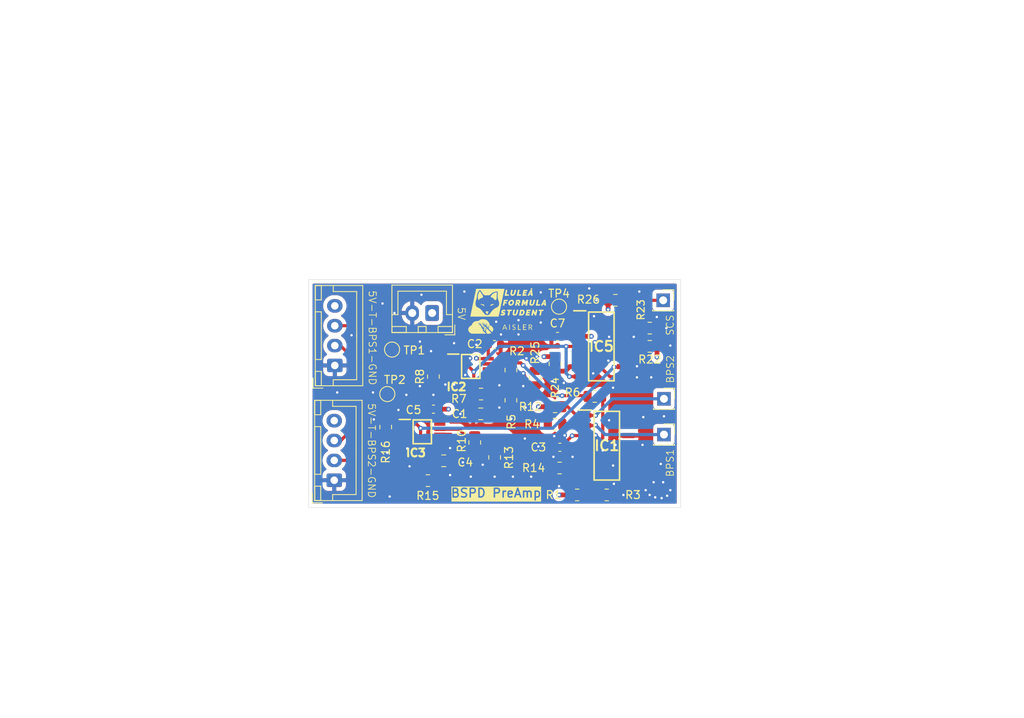
<source format=kicad_pcb>
(kicad_pcb (version 20241229) (generator "pcbnew") (generator_version "9.0")
  (layers (0 "F.Cu" signal) (4 "In1.Cu" signal) (6 "In2.Cu" signal) (2 "B.Cu" signal) (13 "F.Paste" user) (15 "B.Paste" user) (5 "F.SilkS" user "F.Silkscreen") (7 "B.SilkS" user "B.Silkscreen") (1 "F.Mask" user) (3 "B.Mask" user) (25 "Edge.Cuts" user))
  (net 0 "")
  (net 1 "Net-(IC2B-+)")
  (net 2 "GND")
  (net 3 "+5V")
  (net 4 "Net-(IC3B-+)")
  (net 5 "/Vref_brake")
  (net 6 "Net-(D1-K)")
  (net 7 "Net-(D2-K)")
  (net 8 "/BPS_2_out")
  (net 9 "/Raw_BPS_2")
  (net 10 "Net-(IC2-Pad7)")
  (net 11 "/BPS_2")
  (net 12 "Net-(IC2B--)")
  (net 13 "Net-(IC3B--)")
  (net 14 "Net-(IC3-Pad7)")
  (net 15 "/SCS-fault")
  (net 16 "/4.25V")
  (net 17 "/0.75V")
  (net 18 "/BPS_1")
  (net 19 "/Temperature_2")
  (net 20 "/BPS_1_out")
  (net 21 "/Raw_BPS_1")
  (net 22 "/Temperature_1")
  (footprint "LIB_TLV9062QDGKRQ1:SOP65P490X110-8N" (layer "F.Cu") (at 141 106.125)
    (property "Reference" "IC2" (at -1.8 2.575 0) (layer "F.SilkS") (effects (font (thickness 0.25))))
    (property "Value" "TLV9062QDGKRQ1" (hide yes))
    (pad "1" smd rect (at -2.2 -0.975 90) (size 0.45 1.4) (layers "F.Cu" "F.Mask" "F.Paste") (net 18 "/BPS_1"))
    (pad "2" smd rect (at -2.2 -0.325 90) (size 0.45 1.4) (layers "F.Cu" "F.Mask" "F.Paste") (net 18 "/BPS_1"))
    (pad "3" smd rect (at -2.2 0.325 90) (size 0.45 1.4) (layers "F.Cu" "F.Mask" "F.Paste") (net 21 "/Raw_BPS_1"))
    (pad "4" smd rect (at -2.2 0.975 90) (size 0.45 1.4) (layers "F.Cu" "F.Mask" "F.Paste") (net 2 "GND"))
    (pad "5" smd rect (at 2.2 0.975 90) (size 0.45 1.4) (layers "F.Cu" "F.Mask" "F.Paste") (net 1 "Net-(IC2B-+)"))
    (pad "6" smd rect (at 2.2 0.325 90) (size 0.45 1.4) (layers "F.Cu" "F.Mask" "F.Paste") (net 12 "Net-(IC2B--)"))
    (pad "7" smd rect (at 2.2 -0.325 90) (size 0.45 1.4) (layers "F.Cu" "F.Mask" "F.Paste") (net 10 "Net-(IC2-Pad7)"))
    (pad "8" smd rect (at 2.2 -0.975 90) (size 0.45 1.4) (layers "F.Cu" "F.Mask" "F.Paste") (net 3 "+5V"))
  )
  (footprint "Resistor_SMD:R_0805_2012Metric" (layer "F.Cu") (at 154.3875 122.3 180)
    (property "Reference" "R1" (at 2.9875 0 0) (layer "F.SilkS"))
    (property "Value" "1k")
    (pad "1" smd roundrect (at -0.9125 0 180) (size 1.025 1.4) (layers "F.Cu" "F.Mask" "F.Paste") (roundrect_rratio 0.243902) (net 5 "/Vref_brake"))
    (pad "2" smd roundrect (at 0.9125 0 180) (size 1.025 1.4) (layers "F.Cu" "F.Mask" "F.Paste") (roundrect_rratio 0.243902) (net 3 "+5V"))
  )
  (footprint "Capacitor_SMD:C_0603_1608Metric" (layer "F.Cu") (at 152.2 116.3 180)
    (property "Reference" "C3" (at 2.7 0 0) (layer "F.SilkS"))
    (property "Value" "10uF")
    (pad "1" smd roundrect (at -0.775 0 180) (size 0.9 0.95) (layers "F.Cu" "F.Mask" "F.Paste") (net 3 "+5V"))
    (pad "2" smd roundrect (at 0.775 0 180) (size 0.9 0.95) (layers "F.Cu" "F.Mask" "F.Paste") (net 2 "GND"))
  )
  (footprint "Connector_JST:JST_XH_B4B-XH-A_1x04_P2.50mm_Vertical" (layer "F.Cu") (at 123.825 120.45 90)
    (property "Reference" "J5" (hide yes))
    (property "Value" "4P Droit 22-11-2042")
    (pad "1" thru_hole roundrect (at 0 0 90) (size 1.7 1.95) (drill 0.95) (layers "*.Cu" "*.Mask") (roundrect_rratio 0.147059) (net 2 "GND"))
    (pad "2" thru_hole oval (at 2.5 0 90) (size 1.7 1.95) (drill 0.95) (layers "*.Cu" "*.Mask") (net 9 "/Raw_BPS_2"))
    (pad "3" thru_hole oval (at 5 0 90) (size 1.7 1.95) (drill 0.95) (layers "*.Cu" "*.Mask") (net 19 "/Temperature_2"))
    (pad "4" thru_hole oval (at 7.5 0 90) (size 1.7 1.95) (drill 0.95) (layers "*.Cu" "*.Mask") (net 3 "+5V"))
  )
  (footprint "Resistor_SMD:R_0805_2012Metric" (layer "F.Cu") (at 141.5 115.7 90)
    (property "Reference" "R10" (at 0.2 -1.65 90) (layer "F.SilkS"))
    (property "Value" "8.2k")
    (pad "1" smd roundrect (at -0.9125 0 90) (size 1.025 1.4) (layers "F.Cu" "F.Mask" "F.Paste") (roundrect_rratio 0.243902) (net 13 "Net-(IC3B--)"))
    (pad "2" smd roundrect (at 0.9125 0 90) (size 1.025 1.4) (layers "F.Cu" "F.Mask" "F.Paste") (roundrect_rratio 0.243902) (net 14 "Net-(IC3-Pad7)"))
  )
  (footprint "Capacitor_SMD:C_0603_1608Metric" (layer "F.Cu") (at 151.912 102.355 180)
    (property "Reference" "C7" (at 0 1.655 0) (layer "F.SilkS"))
    (property "Value" "10uF")
    (pad "1" smd roundrect (at -0.775 0 180) (size 0.9 0.95) (layers "F.Cu" "F.Mask" "F.Paste") (net 3 "+5V"))
    (pad "2" smd roundrect (at 0.775 0 180) (size 0.9 0.95) (layers "F.Cu" "F.Mask" "F.Paste") (net 2 "GND"))
  )
  (footprint "LIB_TLV9062QDGKRQ1:SOP65P490X110-8N" (layer "F.Cu") (at 134.9 114.35)
    (property "Reference" "IC3" (at -0.8 2.65 180) (layer "F.SilkS") (effects (font (thickness 0.25))))
    (property "Value" "TLV9062QDGKRQ1" (hide yes))
    (pad "1" smd rect (at -2.2 -0.975 90) (size 0.45 1.4) (layers "F.Cu" "F.Mask" "F.Paste") (net 11 "/BPS_2"))
    (pad "2" smd rect (at -2.2 -0.325 90) (size 0.45 1.4) (layers "F.Cu" "F.Mask" "F.Paste") (net 11 "/BPS_2"))
    (pad "3" smd rect (at -2.2 0.325 90) (size 0.45 1.4) (layers "F.Cu" "F.Mask" "F.Paste") (net 9 "/Raw_BPS_2"))
    (pad "4" smd rect (at -2.2 0.975 90) (size 0.45 1.4) (layers "F.Cu" "F.Mask" "F.Paste") (net 2 "GND"))
    (pad "5" smd rect (at 2.2 0.975 90) (size 0.45 1.4) (layers "F.Cu" "F.Mask" "F.Paste") (net 4 "Net-(IC3B-+)"))
    (pad "6" smd rect (at 2.2 0.325 90) (size 0.45 1.4) (layers "F.Cu" "F.Mask" "F.Paste") (net 13 "Net-(IC3B--)"))
    (pad "7" smd rect (at 2.2 -0.325 90) (size 0.45 1.4) (layers "F.Cu" "F.Mask" "F.Paste") (net 14 "Net-(IC3-Pad7)"))
    (pad "8" smd rect (at 2.2 -0.975 90) (size 0.45 1.4) (layers "F.Cu" "F.Mask" "F.Paste") (net 3 "+5V"))
  )
  (footprint "Resistor_SMD:R_0805_2012Metric" (layer "F.Cu") (at 151.6 111.2)
    (property "Reference" "R12" (at -3.1 0 0) (layer "F.SilkS"))
    (property "Value" "4.7k")
    (pad "1" smd roundrect (at -0.9125 0) (size 1.025 1.4) (layers "F.Cu" "F.Mask" "F.Paste") (roundrect_rratio 0.243902) (net 3 "+5V"))
    (pad "2" smd roundrect (at 0.9125 0) (size 1.025 1.4) (layers "F.Cu" "F.Mask" "F.Paste") (roundrect_rratio 0.243902) (net 8 "/BPS_2_out"))
  )
  (footprint "LFS-18mm:LFS-18mm" (layer "F.Cu") (at 145.8 98.1)
    (property "Reference" "G***" (hide yes))
    (property "Value" "LOGO" (hide yes))
  )
  (footprint "TestPoint:TestPoint_Pad_D1.5mm" (layer "F.Cu") (at 131.1 104)
    (property "Reference" "TP1" (at 2.8 0.1 0) (layer "F.SilkS"))
    (property "Value" "TestPoint")
    (pad "1" smd circle (at 0 0) (size 1.5 1.5) (layers "F.Cu" "F.Mask") (net 22 "/Temperature_1"))
  )
  (footprint "Connector_JST:JST_XH_B4B-XH-A_1x04_P2.50mm_Vertical" (layer "F.Cu") (at 123.9 106 90)
    (property "Reference" "J2" (hide yes))
    (property "Value" "4P Droit 22-11-2042")
    (pad "1" thru_hole roundrect (at 0 0 90) (size 1.7 1.95) (drill 0.95) (layers "*.Cu" "*.Mask") (roundrect_rratio 0.147059) (net 2 "GND"))
    (pad "2" thru_hole oval (at 2.5 0 90) (size 1.7 1.95) (drill 0.95) (layers "*.Cu" "*.Mask") (net 21 "/Raw_BPS_1"))
    (pad "3" thru_hole oval (at 5 0 90) (size 1.7 1.95) (drill 0.95) (layers "*.Cu" "*.Mask") (net 22 "/Temperature_1"))
    (pad "4" thru_hole oval (at 7.5 0 90) (size 1.7 1.95) (drill 0.95) (layers "*.Cu" "*.Mask") (net 3 "+5V"))
  )
  (footprint "Capacitor_SMD:C_0805_2012Metric" (layer "F.Cu") (at 142.253665 112.097712 180)
    (property "Reference" "C1" (at 2.653665 -0.002288 0) (layer "F.SilkS"))
    (property "Value" "1nF")
    (pad "1" smd roundrect (at -0.95 0 180) (size 1 1.45) (layers "F.Cu" "F.Mask" "F.Paste") (net 1 "Net-(IC2B-+)"))
    (pad "2" smd roundrect (at 0.95 0 180) (size 1 1.45) (layers "F.Cu" "F.Mask" "F.Paste") (net 2 "GND"))
  )
  (footprint "Resistor_SMD:R_0805_2012Metric" (layer "F.Cu") (at 158.1 122.3 180)
    (property "Reference" "R3" (at -3.3 0 0) (layer "F.SilkS"))
    (property "Value" "1k")
    (pad "1" smd roundrect (at -0.9125 0 180) (size 1.025 1.4) (layers "F.Cu" "F.Mask" "F.Paste") (roundrect_rratio 0.243902) (net 2 "GND"))
    (pad "2" smd roundrect (at 0.9125 0 180) (size 1.025 1.4) (layers "F.Cu" "F.Mask" "F.Paste") (roundrect_rratio 0.243902) (net 5 "/Vref_brake"))
  )
  (footprint "Resistor_SMD:R_0805_2012Metric" (layer "F.Cu") (at 142.2875 109.6)
    (property "Reference" "R7" (at -2.7875 0.6 0) (layer "F.SilkS"))
    (property "Value" "1k")
    (pad "1" smd roundrect (at -0.9125 0) (size 1.025 1.4) (layers "F.Cu" "F.Mask" "F.Paste") (roundrect_rratio 0.243902) (net 18 "/BPS_1"))
    (pad "2" smd roundrect (at 0.9125 0) (size 1.025 1.4) (layers "F.Cu" "F.Mask" "F.Paste") (roundrect_rratio 0.243902) (net 1 "Net-(IC2B-+)"))
  )
  (footprint "TestPoint:TestPoint_Pad_D1.5mm" (layer "F.Cu") (at 130.5 109.6)
    (property "Reference" "TP2" (at 0.95 -1.8 0) (layer "F.SilkS"))
    (property "Value" "TestPoint")
    (pad "1" smd circle (at 0 0) (size 1.5 1.5) (layers "F.Cu" "F.Mask") (net 19 "/Temperature_2"))
  )
  (footprint "Capacitor_SMD:C_0805_2012Metric" (layer "F.Cu") (at 137.6 118)
    (property "Reference" "C4" (at 2.7 0.2 0) (layer "F.SilkS"))
    (property "Value" "1nF")
    (pad "1" smd roundrect (at -0.95 0) (size 1 1.45) (layers "F.Cu" "F.Mask" "F.Paste") (net 4 "Net-(IC3B-+)"))
    (pad "2" smd roundrect (at 0.95 0) (size 1 1.45) (layers "F.Cu" "F.Mask" "F.Paste") (net 2 "GND"))
  )
  (footprint "Connector_JST:JST_XH_B2B-XH-A_1x02_P2.50mm_Vertical" (layer "F.Cu") (at 136.1375 99.4 180)
    (property "Reference" "J6" (hide yes))
    (property "Value" "Conn_01x02")
    (pad "1" thru_hole roundrect (at 0 0 180) (size 1.7 2) (drill 1) (layers "*.Cu" "*.Mask") (roundrect_rratio 0.147059) (net 3 "+5V"))
    (pad "2" thru_hole oval (at 2.5 0 180) (size 1.7 2) (drill 1) (layers "*.Cu" "*.Mask") (net 2 "GND"))
  )
  (footprint "Capacitor_SMD:C_0603_1608Metric" (layer "F.Cu") (at 143.975 103.375)
    (property "Reference" "C2" (at -2.475 -0.075 0) (layer "F.SilkS"))
    (property "Value" "10uF")
    (pad "1" smd roundrect (at -0.775 0) (size 0.9 0.95) (layers "F.Cu" "F.Mask" "F.Paste") (net 3 "+5V"))
    (pad "2" smd roundrect (at 0.775 0) (size 0.9 0.95) (layers "F.Cu" "F.Mask" "F.Paste") (net 2 "GND"))
  )
  (footprint "Resistor_SMD:R_0805_2012Metric" (layer "F.Cu") (at 144 117.575 90)
    (property "Reference" "R13" (at -0.025 1.8 90) (layer "F.SilkS"))
    (property "Value" "10k")
    (pad "1" smd roundrect (at -0.9125 0 90) (size 1.025 1.4) (layers "F.Cu" "F.Mask" "F.Paste") (roundrect_rratio 0.243902) (net 2 "GND"))
    (pad "2" smd roundrect (at 0.9125 0 90) (size 1.025 1.4) (layers "F.Cu" "F.Mask" "F.Paste") (roundrect_rratio 0.243902) (net 13 "Net-(IC3B--)"))
  )
  (footprint "LIB_LM339LVDR:SOIC127P600X175-14N" (layer "F.Cu") (at 158.112 116.1)
    (property "Reference" "IC1" (at 0 0 0) (layer "F.SilkS") (effects (font (size 1.27 1.27) (thickness 0.254))))
    (property "Value" "LM339LVDR" (hide yes))
    (pad "1" smd rect (at -2.712 -3.81 90) (size 0.65 1.525) (layers "F.Cu" "F.Mask" "F.Paste") (net 8 "/BPS_2_out"))
    (pad "2" smd rect (at -2.712 -2.54 90) (size 0.65 1.525) (layers "F.Cu" "F.Mask" "F.Paste") (net 20 "/BPS_1_out"))
    (pad "3" smd rect (at -2.712 -1.27 90) (size 0.65 1.525) (layers "F.Cu" "F.Mask" "F.Paste") (net 3 "+5V"))
    (pad "4" smd rect (at -2.712 0 90) (size 0.65 1.525) (layers "F.Cu" "F.Mask" "F.Paste") (net 6 "Net-(D1-K)"))
    (pad "5" smd rect (at -2.712 1.27 90) (size 0.65 1.525) (layers "F.Cu" "F.Mask" "F.Paste") (net 5 "/Vref_brake"))
    (pad "6" smd rect (at -2.712 2.54 90) (size 0.65 1.525) (layers "F.Cu" "F.Mask" "F.Paste") (net 7 "Net-(D2-K)"))
    (pad "7" smd rect (at -2.712 3.81 90) (size 0.65 1.525) (layers "F.Cu" "F.Mask" "F.Paste") (net 5 "/Vref_brake"))
    (pad "8" smd rect (at 2.712 3.81 90) (size 0.65 1.525) (layers "F.Cu" "F.Mask" "F.Paste"))
    (pad "9" smd rect (at 2.712 2.54 90) (size 0.65 1.525) (layers "F.Cu" "F.Mask" "F.Paste"))
    (pad "10" smd rect (at 2.712 1.27 90) (size 0.65 1.525) (layers "F.Cu" "F.Mask" "F.Paste"))
    (pad "11" smd rect (at 2.712 0 90) (size 0.65 1.525) (layers "F.Cu" "F.Mask" "F.Paste"))
    (pad "12" smd rect (at 2.712 -1.27 90) (size 0.65 1.525) (layers "F.Cu" "F.Mask" "F.Paste") (net 2 "GND"))
    (pad "13" smd rect (at 2.712 -2.54 90) (size 0.65 1.525) (layers "F.Cu" "F.Mask" "F.Paste"))
    (pad "14" smd rect (at 2.712 -3.81 90) (size 0.65 1.525) (layers "F.Cu" "F.Mask" "F.Paste"))
  )
  (footprint "Resistor_SMD:R_0805_2012Metric" (layer "F.Cu") (at 146.05 110.3875 90)
    (property "Reference" "R5" (at -2.7125 0.05 90) (layer "F.SilkS"))
    (property "Value" "10k")
    (pad "1" smd roundrect (at -0.9125 0 90) (size 1.025 1.4) (layers "F.Cu" "F.Mask" "F.Paste") (roundrect_rratio 0.243902) (net 2 "GND"))
    (pad "2" smd roundrect (at 0.9125 0 90) (size 1.025 1.4) (layers "F.Cu" "F.Mask" "F.Paste") (roundrect_rratio 0.243902) (net 12 "Net-(IC2B--)"))
  )
  (footprint "Resistor_SMD:R_0805_2012Metric" (layer "F.Cu") (at 159.1875 97.8)
    (property "Reference" "R26" (at -3.3875 -0.1 0) (layer "F.SilkS"))
    (property "Value" "10k")
    (pad "1" smd roundrect (at -0.9125 0) (size 1.025 1.4) (layers "F.Cu" "F.Mask" "F.Paste") (roundrect_rratio 0.243902) (net 3 "+5V"))
    (pad "2" smd roundrect (at 0.9125 0) (size 1.025 1.4) (layers "F.Cu" "F.Mask" "F.Paste") (roundrect_rratio 0.243902) (net 15 "/SCS-fault"))
  )
  (footprint "Connector_PinSocket_2.54mm:PinSocket_1x01_P2.54mm_Vertical" (layer "F.Cu") (at 165.3 114.7)
    (property "Reference" "J1" (hide yes))
    (property "Value" "Conn_01x01_Pin")
    (pad "1" thru_hole rect (at 0 0) (size 1.7 1.7) (drill 1) (layers "*.Cu" "*.Mask") (net 20 "/BPS_1_out"))
  )
  (footprint "Connector_PinSocket_2.54mm:PinSocket_1x01_P2.54mm_Vertical" (layer "F.Cu") (at 165.3 110.2)
    (property "Reference" "J4" (hide yes))
    (property "Value" "Conn_01x01_Pin")
    (pad "1" thru_hole rect (at 0 0) (size 1.7 1.7) (drill 1) (layers "*.Cu" "*.Mask") (net 8 "/BPS_2_out"))
  )
  (footprint "Resistor_SMD:R_0805_2012Metric" (layer "F.Cu") (at 151.6 105.8 -90)
    (property "Reference" "R24" (at 3 0 90) (layer "F.SilkS") (effects (font (size 0.9 0.9))))
    (property "Value" "68k")
    (pad "1" smd roundrect (at -0.9125 0 270) (size 1.025 1.4) (layers "F.Cu" "F.Mask" "F.Paste") (roundrect_rratio 0.243902) (net 3 "+5V"))
    (pad "2" smd roundrect (at 0.9125 0 270) (size 1.025 1.4) (layers "F.Cu" "F.Mask" "F.Paste") (roundrect_rratio 0.243902) (net 17 "/0.75V"))
  )
  (footprint "Resistor_SMD:R_0805_2012Metric" (layer "F.Cu") (at 163.5125 101.3)
    (property "Reference" "R23" (at -1.1125 -2.3 90) (layer "F.SilkS") (effects (font (size 0.9 0.9))))
    (property "Value" "68k")
    (pad "1" smd roundrect (at -0.9125 0) (size 1.025 1.4) (layers "F.Cu" "F.Mask" "F.Paste") (roundrect_rratio 0.243902) (net 16 "/4.25V"))
    (pad "2" smd roundrect (at 0.9125 0) (size 1.025 1.4) (layers "F.Cu" "F.Mask" "F.Paste") (roundrect_rratio 0.243902) (net 2 "GND"))
  )
  (footprint "Resistor_SMD:R_0805_2012Metric" (layer "F.Cu") (at 163.5125 103.595 180)
    (property "Reference" "R22" (at 0 -1.65 0) (layer "F.SilkS"))
    (property "Value" "12k")
    (pad "1" smd roundrect (at -0.9125 0 180) (size 1.025 1.4) (layers "F.Cu" "F.Mask" "F.Paste") (roundrect_rratio 0.243902) (net 3 "+5V"))
    (pad "2" smd roundrect (at 0.9125 0 180) (size 1.025 1.4) (layers "F.Cu" "F.Mask" "F.Paste") (roundrect_rratio 0.243902) (net 16 "/4.25V"))
  )
  (footprint "Resistor_SMD:R_0805_2012Metric" (layer "F.Cu") (at 152.175 118.91 180)
    (property "Reference" "R14" (at 3.275 0.01 0) (layer "F.SilkS"))
    (property "Value" "?")
    (pad "1" smd roundrect (at -0.9125 0 180) (size 1.025 1.4) (layers "F.Cu" "F.Mask" "F.Paste") (roundrect_rratio 0.243902) (net 7 "Net-(D2-K)"))
    (pad "2" smd roundrect (at 0.9125 0 180) (size 1.025 1.4) (layers "F.Cu" "F.Mask" "F.Paste") (roundrect_rratio 0.243902) (net 14 "Net-(IC3-Pad7)"))
  )
  (footprint "LIB_LM339LVDR:SOIC127P600X175-14N" (layer "F.Cu") (at 157.4245 103.605)
    (property "Reference" "IC5" (at 0 0 0) (layer "F.SilkS") (effects (font (size 1.27 1.27) (thickness 0.254))))
    (property "Value" "LM339LVDR" (hide yes))
    (pad "1" smd rect (at -2.712 -3.81 90) (size 0.65 1.525) (layers "F.Cu" "F.Mask" "F.Paste") (net 15 "/SCS-fault"))
    (pad "2" smd rect (at -2.712 -2.54 90) (size 0.65 1.525) (layers "F.Cu" "F.Mask" "F.Paste") (net 15 "/SCS-fault"))
    (pad "3" smd rect (at -2.712 -1.27 90) (size 0.65 1.525) (layers "F.Cu" "F.Mask" "F.Paste") (net 3 "+5V"))
    (pad "4" smd rect (at -2.712 0 90) (size 0.65 1.525) (layers "F.Cu" "F.Mask" "F.Paste") (net 18 "/BPS_1"))
    (pad "5" smd rect (at -2.712 1.27 90) (size 0.65 1.525) (layers "F.Cu" "F.Mask" "F.Paste") (net 16 "/4.25V"))
    (pad "6" smd rect (at -2.712 2.54 90) (size 0.65 1.525) (layers "F.Cu" "F.Mask" "F.Paste") (net 17 "/0.75V"))
    (pad "7" smd rect (at -2.712 3.81 90) (size 0.65 1.525) (layers "F.Cu" "F.Mask" "F.Paste") (net 18 "/BPS_1"))
    (pad "8" smd rect (at 2.712 3.81 90) (size 0.65 1.525) (layers "F.Cu" "F.Mask" "F.Paste") (net 17 "/0.75V"))
    (pad "9" smd rect (at 2.712 2.54 90) (size 0.65 1.525) (layers "F.Cu" "F.Mask" "F.Paste") (net 11 "/BPS_2"))
    (pad "10" smd rect (at 2.712 1.27 90) (size 0.65 1.525) (layers "F.Cu" "F.Mask" "F.Paste") (net 11 "/BPS_2"))
    (pad "11" smd rect (at 2.712 0 90) (size 0.65 1.525) (layers "F.Cu" "F.Mask" "F.Paste") (net 16 "/4.25V"))
    (pad "12" smd rect (at 2.712 -1.27 90) (size 0.65 1.525) (layers "F.Cu" "F.Mask" "F.Paste") (net 2 "GND"))
    (pad "13" smd rect (at 2.712 -2.54 90) (size 0.65 1.525) (layers "F.Cu" "F.Mask" "F.Paste") (net 15 "/SCS-fault"))
    (pad "14" smd rect (at 2.712 -3.81 90) (size 0.65 1.525) (layers "F.Cu" "F.Mask" "F.Paste") (net 15 "/SCS-fault"))
  )
  (footprint "Aisler-Logo-18mm:Aisler-Logo-18mm" (layer "F.Cu") (at 144.735 101.1)
    (property "Reference" "G***" (hide yes))
    (property "Value" "LOGO" (hide yes))
  )
  (footprint "Resistor_SMD:R_0805_2012Metric" (layer "F.Cu") (at 146.05 106.5875 90)
    (property "Reference" "R2" (at 2.3875 0.75 180) (layer "F.SilkS"))
    (property "Value" "8.2k")
    (pad "1" smd roundrect (at -0.9125 0 90) (size 1.025 1.4) (layers "F.Cu" "F.Mask" "F.Paste") (roundrect_rratio 0.243902) (net 12 "Net-(IC2B--)"))
    (pad "2" smd roundrect (at 0.9125 0 90) (size 1.025 1.4) (layers "F.Cu" "F.Mask" "F.Paste") (roundrect_rratio 0.243902) (net 10 "Net-(IC2-Pad7)"))
  )
  (footprint "Resistor_SMD:R_0805_2012Metric" (layer "F.Cu") (at 130.3 113.75 90)
    (property "Reference" "R16" (at -3.15 0 270) (layer "F.SilkS"))
    (property "Value" "500k")
    (pad "1" smd roundrect (at -0.9125 0 90) (size 1.025 1.4) (layers "F.Cu" "F.Mask" "F.Paste") (roundrect_rratio 0.243902) (net 9 "/Raw_BPS_2"))
    (pad "2" smd roundrect (at 0.9125 0 90) (size 1.025 1.4) (layers "F.Cu" "F.Mask" "F.Paste") (roundrect_rratio 0.243902) (net 2 "GND"))
  )
  (footprint "Resistor_SMD:R_0805_2012Metric" (layer "F.Cu") (at 149.1 107.6 -90)
    (property "Reference" "R25" (at -3.2 0 90) (layer "F.SilkS"))
    (property "Value" "12k")
    (pad "1" smd roundrect (at -0.9125 0 270) (size 1.025 1.4) (layers "F.Cu" "F.Mask" "F.Paste") (roundrect_rratio 0.243902) (net 17 "/0.75V"))
    (pad "2" smd roundrect (at 0.9125 0 270) (size 1.025 1.4) (layers "F.Cu" "F.Mask" "F.Paste") (roundrect_rratio 0.243902) (net 2 "GND"))
  )
  (footprint "Resistor_SMD:R_0805_2012Metric" (layer "F.Cu") (at 135.6 120.5)
    (property "Reference" "R15" (at 0 1.9 0) (layer "F.SilkS"))
    (property "Value" "1k")
    (pad "1" smd roundrect (at -0.9125 0) (size 1.025 1.4) (layers "F.Cu" "F.Mask" "F.Paste") (roundrect_rratio 0.243902) (net 11 "/BPS_2"))
    (pad "2" smd roundrect (at 0.9125 0) (size 1.025 1.4) (layers "F.Cu" "F.Mask" "F.Paste") (roundrect_rratio 0.243902) (net 4 "Net-(IC3B-+)"))
  )
  (footprint "TestPoint:TestPoint_Pad_D1.5mm" (layer "F.Cu") (at 152.1 98.6)
    (property "Reference" "TP4" (at 0 -1.648 0) (layer "F.SilkS"))
    (property "Value" "TestPoint")
    (pad "1" smd circle (at 0 0) (size 1.5 1.5) (layers "F.Cu" "F.Mask") (net 15 "/SCS-fault"))
  )
  (footprint "Resistor_SMD:R_0805_2012Metric" (layer "F.Cu") (at 151.6 113.4)
    (property "Reference" "R4" (at -2.9 0 0) (layer "F.SilkS"))
    (property "Value" "4.7k")
    (pad "1" smd roundrect (at -0.9125 0) (size 1.025 1.4) (layers "F.Cu" "F.Mask" "F.Paste") (roundrect_rratio 0.243902) (net 3 "+5V"))
    (pad "2" smd roundrect (at 0.9125 0) (size 1.025 1.4) (layers "F.Cu" "F.Mask" "F.Paste") (roundrect_rratio 0.243902) (net 20 "/BPS_1_out"))
  )
  (footprint "Capacitor_SMD:C_0603_1608Metric" (layer "F.Cu") (at 136.3 111.5 180)
    (property "Reference" "C5" (at 2.5 -0.1 0) (layer "F.SilkS"))
    (property "Value" "10uF")
    (pad "1" smd roundrect (at -0.775 0 180) (size 0.9 0.95) (layers "F.Cu" "F.Mask" "F.Paste") (net 3 "+5V"))
    (pad "2" smd roundrect (at 0.775 0 180) (size 0.9 0.95) (layers "F.Cu" "F.Mask" "F.Paste") (net 2 "GND"))
  )
  (footprint "Resistor_SMD:R_0805_2012Metric" (layer "F.Cu") (at 136.3 107.4 -90)
    (property "Reference" "R8" (at 0 1.7 90) (layer "F.SilkS"))
    (property "Value" "500k")
    (pad "1" smd roundrect (at -0.9125 0 270) (size 1.025 1.4) (layers "F.Cu" "F.Mask" "F.Paste") (roundrect_rratio 0.243902) (net 21 "/Raw_BPS_1"))
    (pad "2" smd roundrect (at 0.9125 0 270) (size 1.025 1.4) (layers "F.Cu" "F.Mask" "F.Paste") (roundrect_rratio 0.243902) (net 2 "GND"))
  )
  (footprint "Connector_PinSocket_2.54mm:PinSocket_1x01_P2.54mm_Vertical" (layer "F.Cu") (at 165.2 97.8)
    (property "Reference" "J3" (hide yes))
    (property "Value" "Conn_01x01_Pin")
    (pad "1" thru_hole rect (at 0 0) (size 1.7 1.7) (drill 1) (layers "*.Cu" "*.Mask") (net 15 "/SCS-fault"))
  )
  (footprint "Resistor_SMD:R_0805_2012Metric" (layer "F.Cu") (at 156.6 109.9 180)
    (property "Reference" "R6" (at 2.8 0.5 0) (layer "F.SilkS"))
    (property "Value" "?")
    (pad "1" smd roundrect (at -0.9125 0 180) (size 1.025 1.4) (layers "F.Cu" "F.Mask" "F.Paste") (roundrect_rratio 0.243902) (net 6 "Net-(D1-K)"))
    (pad "2" smd roundrect (at 0.9125 0 180) (size 1.025 1.4) (layers "F.Cu" "F.Mask" "F.Paste") (roundrect_rratio 0.243902) (net 10 "Net-(IC2-Pad7)"))
  )
  (gr_rect (start 120.6 95.2) (end 167.4 123.9) (stroke (width 0.05)) (fill no) (layer "Edge.Cuts"))
  (gr_text "SCS" (at 166.6 102.3 90) (layer "F.SilkS") (effects (font (size 0.9 0.9) (thickness 0.1)) (justify left bottom)))
  (gr_text "BSPD PreAmp" (at 138.4 122.7 0) (layer "F.SilkS" knockout) (effects (font (size 1.1 1.1) (thickness 0.1875)) (justify left bottom)))
  (gr_text "5V-T-BPS2-GND" (at 128 110.7 270) (layer "F.SilkS") (effects (font (size 0.9 0.9) (thickness 0.1)) (justify left bottom)))
  (gr_text "5V-T-BPS1-GND" (at 128.1 96.5 270) (layer "F.SilkS") (effects (font (size 0.9 0.9) (thickness 0.1)) (justify left bottom)))
  (gr_text "BPS2" (at 166.63 108.3 90) (layer "F.SilkS") (effects (font (size 0.9 0.9) (thickness 0.1)) (justify left bottom)))
  (gr_text "BPS1" (at 166.6 120.1 90) (layer "F.SilkS") (effects (font (size 0.9 0.9) (thickness 0.1)) (justify left bottom)))
  (gr_text "5V" (at 139.3 98.6 270) (layer "F.SilkS") (effects (font (size 0.9 0.9) (thickness 0.1)) (justify left bottom)))
  (segment (start 143.203665 112.053665) (end 143.203665 112.097712) (width 0.4) (layer "F.Cu") (net 1))
  (segment (start 143.2 112.05) (end 143.203665 112.053665) (width 0.4) (layer "F.Cu") (net 1))
  (segment (start 143.2 107.1) (end 143.2 109.6) (width 0.4) (layer "F.Cu") (net 1))
  (segment (start 143.2 109.6) (end 143.2 112.05) (width 0.4) (layer "F.Cu") (net 1))
  (segment (start 133 115.301) (end 132.724 115.301) (width 0.4) (layer "F.Cu") (net 2))
  (segment (start 132.724 115.301) (end 132.7 115.325) (width 0.4) (layer "F.Cu") (net 2))
  (segment (start 133 116.45) (end 133 115.301) (width 0.4) (layer "F.Cu") (net 2))
  (via (at 166.1 121.7) (size 0.6) (drill 0.3) (layers "F.Cu" "B.Cu") (net 2))
  (via (at 133.3 118.7) (size 0.6) (drill 0.3) (layers "F.Cu" "B.Cu") (net 2))
  (via (at 165 122.7) (size 0.6) (drill 0.3) (layers "F.Cu" "B.Cu") (net 2))
  (via (at 141.7 103.4) (size 0.6) (drill 0.3) (layers "F.Cu" "B.Cu") (net 2))
  (via (at 156.7 114.8) (size 0.6) (drill 0.3) (layers "F.Cu" "B.Cu") (net 2))
  (via (at 144.6 108.5) (size 0.6) (drill 0.3) (layers "F.Cu" "B.Cu") (net 2))
  (via (at 152.7 108.2) (size 0.6) (drill 0.3) (layers "F.Cu" "B.Cu") (net 2))
  (via (at 163 121.7) (size 0.6) (drill 0.3) (layers "F.Cu" "B.Cu") (net 2))
  (via (at 164.4 99.9) (size 0.6) (drill 0.3) (layers "F.Cu" "B.Cu") (net 2))
  (via (at 165.2 120.7) (size 0.6) (drill 0.3) (layers "F.Cu" "B.Cu") (net 2))
  (via (at 134.8 97.1) (size 0.6) (drill 0.3) (layers "F.Cu" "B.Cu") (net 2))
  (via (at 155.9 96.3) (size 0.6) (drill 0.3) (layers "F.Cu" "B.Cu") (net 2))
  (via (at 149.8 100.6) (size 0.6) (drill 0.3) (layers "F.Cu" "B.Cu") (net 2))
  (via (at 128.8 112.8) (size 0.6) (drill 0.3) (layers "F.Cu" "B.Cu") (net 2))
  (via (at 159.2 116) (size 0.6) (drill 0.3) (layers "F.Cu" "B.Cu") (net 2))
  (via (at 144 120) (size 0.6) (drill 0.3) (layers "F.Cu" "B.Cu") (net 2))
  (via (at 140 118.2) (size 0.6) (drill 0.3) (layers "F.Cu" "B.Cu") (net 2))
  (via (at 161.9 106.1) (size 0.6) (drill 0.3) (layers "F.Cu" "B.Cu") (net 2))
  (via (at 159 120.9) (size 0.6) (drill 0.3) (layers "F.Cu" "B.Cu") (net 2))
  (via (at 147 102.1) (size 0.6) (drill 0.3) (layers "F.Cu" "B.Cu") (net 2))
  (via (at 136.3 109.7) (size 0.6) (drill 0.3) (layers "F.Cu" "B.Cu") (net 2))
  (via (at 156.8 97.8) (size 0.6) (drill 0.3) (layers "F.Cu" "B.Cu") (net 2))
  (via (at 156.4 107) (size 0.6) (drill 0.3) (layers "F.Cu" "B.Cu") (net 2))
  (via (at 158.4 112.9) (size 0.6) (drill 0.3) (layers "F.Cu" "B.Cu") (net 2))
  (via (at 140.9 105.1) (size 0.6) (drill 0.3) (layers "F.Cu" "B.Cu") (net 2))
  (via (at 149.8 96.8) (size 0.6) (drill 0.3) (layers "F.Cu" "B.Cu") (net 2))
  (via (at 138.9 103.2) (size 0.6) (drill 0.3) (layers "F.Cu" "B.Cu") (net 2))
  (via (at 152.8 114.8) (size 0.6) (drill 0.3) (layers "F.Cu" "B.Cu") (net 2))
  (via (at 162.2 96.7) (size 0.6) (drill 0.3) (layers "F.Cu" "B.Cu") (net 2))
  (via (at 162.6 116) (size 0.6) (drill 0.3) (layers "F.Cu" "B.Cu") (net 2))
  (via (at 144.8 102.1) (size 0.6) (drill 0.3) (layers "F.Cu" "B.Cu") (net 2))
  (via (at 162.7 112.5) (size 0.6) (drill 0.3) (layers "F.Cu" "B.Cu") (net 2))
  (via (at 151.4 117.5) (size 0.6) (drill 0.3) (layers "F.Cu" "B.Cu") (net 2))
  (via (at 144.6 111.3) (size 0.6) (drill 0.3) (layers "F.Cu" "B.Cu") (net 2))
  (via (at 142.5 118.5) (size 0.6) (drill 0.3) (layers "F.Cu" "B.Cu") (net 2))
  (via (at 158.9 108.8) (size 0.6) (drill 0.3) (layers "F.Cu" "B.Cu") (net 2))
  (via (at 130.5 117) (size 0.6) (drill 0.3) (layers "F.Cu" "B.Cu") (net 2))
  (via (at 147.6 107) (size 0.6) (drill 0.3) (layers "F.Cu" "B.Cu") (net 2))
  (via (at 126 102.2) (size 0.6) (drill 0.3) (layers "F.Cu" "B.Cu") (net 2))
  (via (at 130.8 122.5) (size 0.6) (drill 0.3) (layers "F.Cu" "B.Cu") (net 2))
  (via (at 148.6 120) (size 0.6) (drill 0.3) (layers "F.Cu" "B.Cu") (net 2))
  (via (at 164 120.7) (size 0.6) (drill 0.3) (layers "F.Cu" "B.Cu") (net 2))
  (via (at 140.3 107.2) (size 0.6) (drill 0.3) (layers "F.Cu" "B.Cu") (net 2))
  (via (at 157.6 116.7) (size 0.6) (drill 0.3) (layers "F.Cu" "B.Cu") (net 2))
  (via (at 137.8 108.4) (size 0.6) (drill 0.3) (layers "F.Cu" "B.Cu") (net 2))
  (via (at 160.2 122.3) (size 0.6) (drill 0.3) (layers "F.Cu" "B.Cu") (net 2))
  (via (at 141 120) (size 0.6) (drill 0.3) (layers "F.Cu" "B.Cu") (net 2))
  (via (at 134.6 103) (size 0.6) (drill 0.3) (layers "F.Cu" "B.Cu") (net 2))
  (via (at 153.8 117.5) (size 0.6) (drill 0.3) (layers "F.Cu" "B.Cu") (net 2))
  (via (at 134.6 108.6) (size 0.6) (drill 0.3) (layers "F.Cu" "B.Cu") (net 2))
  (via (at 147 100.3) (size 0.6) (drill 0.3) (layers "F.Cu" "B.Cu") (net 2))
  (via (at 151.3 108) (size 0.6) (drill 0.3) (layers "F.Cu" "B.Cu") (net 2))
  (via (at 165.3 112.4) (size 0.6) (drill 0.3) (layers "F.Cu" "B.Cu") (net 2))
  (via (at 164.2 122.6) (size 0.6) (drill 0.3) (layers "F.Cu" "B.Cu") (net 2))
  (via (at 149.5 116.2) (size 0.6) (drill 0.3) (layers "F.Cu" "B.Cu") (net 2))
  (via (at 158.4 102.4) (size 0.6) (drill 0.3) (layers "F.Cu" "B.Cu") (net 2))
  (via (at 158.3 105.4) (size 0.6) (drill 0.3) (layers "F.Cu" "B.Cu") (net 2))
  (via (at 165.7 122.4) (size 0.6) (drill 0.3) (layers "F.Cu" "B.Cu") (net 2))
  (via (at 133 116.45) (size 0.6) (drill 0.3) (layers "F.Cu" "B.Cu") (net 2))
  (via (at 165.6 101.3) (size 0.6) (drill 0.3) (layers "F.Cu" "B.Cu") (net 2))
  (via (at 166.1 103.5) (size 0.6) (drill 0.3) (layers "F.Cu" "B.Cu") (net 2))
  (via (at 161.5 102.4) (size 0.6) (drill 0.3) (layers "F.Cu" "B.Cu") (net 2))
  (via (at 132.9 109.7) (size 0.6) (drill 0.3) (layers "F.Cu" "B.Cu") (net 2))
  (via (at 163.7 107.5) (size 0.6) (drill 0.3) (layers "F.Cu" "B.Cu") (net 2))
  (via (at 138.9 108.4) (size 0.6) (drill 0.3) (layers "F.Cu" "B.Cu") (net 2))
  (via (at 131.9 111.6) (size 0.6) (drill 0.3) (layers "F.Cu" "B.Cu") (net 2))
  (via (at 164.9 118.4) (size 0.6) (drill 0.3) (layers "F.Cu" "B.Cu") (net 2))
  (via (at 148 105.1) (size 0.6) (drill 0.3) (layers "F.Cu" "B.Cu") (net 2))
  (via (at 163.5 122.3) (size 0.6) (drill 0.3) (layers "F.Cu" "B.Cu") (net 2))
  (via (at 147.6 108.6) (size 0.6) (drill 0.3) (layers "F.Cu" "B.Cu") (net 2))
  (via (at 129.9 98.2) (size 0.6) (drill 0.3) (layers "F.Cu" "B.Cu") (net 2))
  (via (at 156.5 99.8) (size 0.6) (drill 0.3) (layers "F.Cu" "B.Cu") (net 2))
  (via (at 124.2 109.4) (size 0.6) (drill 0.3) (layers "F.Cu" "B.Cu") (net 2))
  (via (at 138.4 116.4) (size 0.6) (drill 0.3) (layers "F.Cu" "B.Cu") (net 2))
  (via (at 131.4 99.4) (size 0.6) (drill 0.3) (layers "F.Cu" "B.Cu") (net 2))
  (via (at 144.2 100.5) (size 0.6) (drill 0.3) (layers "F.Cu" "B.Cu") (net 2))
  (via (at 158.9 118.6) (size 0.6) (drill 0.3) (layers "F.Cu" "B.Cu") (net 2))
  (via (at 138.4 119.8) (size 0.6) (drill 0.3) (layers "F.Cu" "B.Cu") (net 2))
  (via (at 147.8 115.2) (size 0.6) (drill 0.3) (layers "F.Cu" "B.Cu") (net 2))
  (via (at 128.7 109.4) (size 0.6) (drill 0.3) (layers "F.Cu" "B.Cu") (net 2))
  (via (at 151.5 114.9) (size 0.6) (drill 0.3) (layers "F.Cu" "B.Cu") (net 2))
  (via (at 139.7 112.1) (size 0.6) (drill 0.3) (layers "F.Cu" "B.Cu") (net 2))
  (via (at 136 104.2) (size 0.6) (drill 0.3) (layers "F.Cu" "B.Cu") (net 2))
  (via (at 146.3 120) (size 0.6) (drill 0.3) (layers "F.Cu" "B.Cu") (net 2))
  (via (at 156.6 103.1) (size 0.6) (drill 0.3) (layers "F.Cu" "B.Cu") (net 2))
  (via (at 161.9 107.5) (size 0.6) (drill 0.3) (layers "F.Cu" "B.Cu") (net 2))
  (via (at 149.3 104.9) (size 0.6) (drill 0.3) (layers "F.Cu" "B.Cu") (net 2))
  (via (at 152.1 121.2) (size 0.6) (drill 0.3) (layers "F.Cu" "B.Cu") (net 2))
  (via (at 146.1 112.7) (size 0.6) (drill 0.3) (layers "F.Cu" "B.Cu") (net 2))
  (via (at 147.9 111.3) (size 0.6) (drill 0.3) (layers "F.Cu" "B.Cu") (net 2))
  (via (at 140.2 96.7) (size 0.6) (drill 0.3) (layers "F.Cu" "B.Cu") (net 2))
  (segment (start 143.2 105.15) (end 143.2 103.375) (width 0.4) (layer "F.Cu") (net 3))
  (segment (start 153.475 122.3) (end 152.1 122.3) (width 0.6) (layer "F.Cu") (net 3))
  (segment (start 164.425 103.595) (end 164.425 104.95) (width 0.6) (layer "F.Cu") (net 3))
  (segment (start 152.975 116.3) (end 152.975 115.625) (width 0.4) (layer "F.Cu") (net 3))
  (segment (start 154.6925 102.355) (end 154.7125 102.335) (width 0.4) (layer "F.Cu") (net 3))
  (segment (start 150.2125 104.8875) (end 150.2 104.9) (width 0.6) (layer "F.Cu") (net 3))
  (segment (start 152.687 102.355) (end 154.6925 102.355) (width 0.4) (layer "F.Cu") (net 3))
  (segment (start 153.75 114.85) (end 153.77 114.83) (width 0.4) (layer "F.Cu") (net 3))
  (segment (start 158.275 97.8) (end 158.275 98.975) (width 0.6) (layer "F.Cu") (net 3))
  (segment (start 150.6875 113.4) (end 150.6875 111.2) (width 0.4) (layer "F.Cu") (net 3))
  (segment (start 152.975 115.625) (end 153.75 114.85) (width 0.4) (layer "F.Cu") (net 3))
  (segment (start 153.77 114.83) (end 155.4 114.83) (width 0.4) (layer "F.Cu") (net 3))
  (segment (start 137.1 113.375) (end 137.1 111.525) (width 0.4) (layer "F.Cu") (net 3))
  (segment (start 143.2 105.15) (end 141.75 105.15) (width 0.4) (layer "F.Cu") (net 3))
  (segment (start 137.075 111.5) (end 138.2 111.5) (width 0.6) (layer "F.Cu") (net 3))
  (segment (start 141.75 105.15) (end 141.7 105.1) (width 0.4) (layer "F.Cu") (net 3))
  (segment (start 154.7125 102.335) (end 156.165 102.335) (width 0.6) (layer "F.Cu") (net 3))
  (segment (start 150.6875 111.2) (end 149.5 111.2) (width 0.6) (layer "F.Cu") (net 3))
  (segment (start 151.6 104.8875) (end 150.2125 104.8875) (width 0.6) (layer "F.Cu") (net 3))
  (via (at 153.75 114.85) (size 0.6) (drill 0.3) (layers "F.Cu" "B.Cu") (net 3))
  (via (at 156.165 102.335) (size 0.6) (drill 0.3) (layers "F.Cu" "B.Cu") (net 3))
  (via (at 141.7 105.1) (size 0.6) (drill 0.3) (layers "F.Cu" "B.Cu") (net 3))
  (via (at 138.2 111.5) (size 0.6) (drill 0.3) (layers "F.Cu" "B.Cu") (net 3))
  (via (at 149.5 111.2) (size 0.6) (drill 0.3) (layers "F.Cu" "B.Cu") (net 3))
  (via (at 152.1 122.3) (size 0.6) (drill 0.3) (layers "F.Cu" "B.Cu") (net 3))
  (via (at 158.275 98.975) (size 0.6) (drill 0.3) (layers "F.Cu" "B.Cu") (net 3))
  (via (at 164.425 104.95) (size 0.6) (drill 0.3) (layers "F.Cu" "B.Cu") (net 3))
  (via (at 150.2 104.9) (size 0.6) (drill 0.3) (layers "F.Cu" "B.Cu") (net 3))
  (segment (start 136.65 118) (end 136.5 118.15) (width 0.4) (layer "F.Cu") (net 4))
  (segment (start 136.5125 120.3625) (end 136.5125 120.5) (width 0.4) (layer "F.Cu") (net 4))
  (segment (start 136.7 117.8) (end 136.65 117.85) (width 0.4) (layer "F.Cu") (net 4))
  (segment (start 136.5 120.35) (end 136.5125 120.3625) (width 0.4) (layer "F.Cu") (net 4))
  (segment (start 136.7 115.325) (end 136.7 117.8) (width 0.4) (layer "F.Cu") (net 4))
  (segment (start 136.5 118.15) (end 136.5 120.35) (width 0.4) (layer "F.Cu") (net 4))
  (segment (start 136.65 117.85) (end 136.65 118) (width 0.4) (layer "F.Cu") (net 4))
  (segment (start 137.1 115.325) (end 136.7 115.325) (width 0.4) (layer "F.Cu") (net 4))
  (segment (start 155.3 122.3) (end 157.1875 122.3) (width 0.4) (layer "F.Cu") (net 5))
  (segment (start 155.4 119.91) (end 156.39 119.91) (width 0.4) (layer "F.Cu") (net 5))
  (segment (start 155.3 120.01) (end 155.3 122.3) (width 0.4) (layer "F.Cu") (net 5))
  (segment (start 156.57 117.37) (end 155.4 117.37) (width 0.4) (layer "F.Cu") (net 5))
  (segment (start 157.2 118) (end 156.57 117.37) (width 0.4) (layer "F.Cu") (net 5))
  (segment (start 156.39 119.91) (end 157.2 119.1) (width 0.4) (layer "F.Cu") (net 5))
  (segment (start 157.2 119.1) (end 157.2 118) (width 0.4) (layer "F.Cu") (net 5))
  (segment (start 155.4 119.91) (end 155.3 120.01) (width 0.4) (layer "F.Cu") (net 5))
  (segment (start 155.4 116.1) (end 156.6 116.1) (width 0.4) (layer "F.Cu") (net 6))
  (segment (start 156.6 116.1) (end 157.6 115.1) (width 0.4) (layer "F.Cu") (net 6))
  (segment (start 157.6 110.375) (end 157.5125 110.2875) (width 0.4) (layer "F.Cu") (net 6))
  (segment (start 157.6 115.1) (end 157.6 110.375) (width 0.4) (layer "F.Cu") (net 6))
  (segment (start 157.5125 110.2875) (end 157.5125 109.9) (width 0.4) (layer "F.Cu") (net 6))
  (segment (start 153.0875 118.91) (end 153.3575 118.64) (width 0.4) (layer "F.Cu") (net 7))
  (segment (start 153.3575 118.64) (end 155.4 118.64) (width 0.4) (layer "F.Cu") (net 7))
  (segment (start 156.69 112.29) (end 156.7 112.3) (width 0.4) (layer "F.Cu") (net 8))
  (segment (start 153.2 111.2) (end 154.29 112.29) (width 0.4) (layer "F.Cu") (net 8))
  (segment (start 155.4 112.29) (end 156.69 112.29) (width 0.4) (layer "F.Cu") (net 8))
  (segment (start 154.29 112.29) (end 155.4 112.29) (width 0.4) (layer "F.Cu") (net 8))
  (segment (start 152.5125 111.2) (end 153.2 111.2) (width 0.4) (layer "F.Cu") (net 8))
  (via (at 156.7 112.3) (size 0.6) (drill 0.3) (layers "F.Cu" "B.Cu") (net 8))
  (segment (start 156.7 112.3) (end 158.8 110.2) (width 0.4) (layer "B.Cu") (net 8))
  (segment (start 158.8 110.2) (end 165.3 110.2) (width 0.4) (layer "B.Cu") (net 8))
  (segment (start 132.7 114.675) (end 132.697601 114.677399) (width 0.4) (layer "F.Cu") (net 9))
  (segment (start 129.022601 114.677399) (end 125.75 117.95) (width 0.4) (layer "F.Cu") (net 9))
  (segment (start 132.697601 114.677399) (end 129.022601 114.677399) (width 0.4) (layer "F.Cu") (net 9))
  (segment (start 125.75 117.95) (end 123.825 117.95) (width 0.4) (layer "F.Cu") (net 9))
  (segment (start 152.5 109.8) (end 155.5875 109.8) (width 0.4) (layer "F.Cu") (net 10))
  (segment (start 147.275 105.675) (end 147.6 106) (width 0.4) (layer "F.Cu") (net 10))
  (segment (start 143.2 105.8) (end 145.925 105.8) (width 0.4) (layer "F.Cu") (net 10))
  (segment (start 146.05 105.675) (end 147.275 105.675) (width 0.4) (layer "F.Cu") (net 10))
  (segment (start 145.925 105.8) (end 146.05 105.675) (width 0.4) (layer "F.Cu") (net 10))
  (segment (start 155.5875 109.8) (end 155.6875 109.9) (width 0.4) (layer "F.Cu") (net 10))
  (via (at 152.5 109.8) (size 0.6) (drill 0.3) (layers "F.Cu" "B.Cu") (net 10))
  (via (at 147.6 106) (size 0.6) (drill 0.3) (layers "F.Cu" "B.Cu") (net 10))
  (segment (start 151.4 109.8) (end 147.6 106) (width 0.4) (layer "B.Cu") (net 10))
  (segment (start 152.5 109.8) (end 151.4 109.8) (width 0.4) (layer "B.Cu") (net 10))
  (segment (start 134.6875 113.9) (end 134.6875 113.9125) (width 0.4) (layer "F.Cu") (net 11))
  (segment (start 159 106.2) (end 160.0815 106.2) (width 0.4) (layer "F.Cu") (net 11))
  (segment (start 160.0815 106.2) (end 160.1365 106.145) (width 0.4) (layer "F.Cu") (net 11))
  (segment (start 134.6875 113.8875) (end 134.6875 113.9) (width 0.4) (layer "F.Cu") (net 11))
  (segment (start 132.7 113.375) (end 134.175 113.375) (width 0.4) (layer "F.Cu") (net 11))
  (segment (start 134.6875 113.9125) (end 134.6875 120.5) (width 0.4) (layer "F.Cu") (net 11))
  (segment (start 160.1365 104.875) (end 160.1365 106.145) (width 0.4) (layer "F.Cu") (net 11))
  (segment (start 132.7 114.025) (end 132.7 113.375) (width 0.4) (layer "F.Cu") (net 11))
  (segment (start 134.175 113.375) (end 134.6875 113.8875) (width 0.4) (layer "F.Cu") (net 11))
  (via (at 159 106.2) (size 0.6) (drill 0.3) (layers "F.Cu" "B.Cu") (net 11))
  (via (at 134.6875 113.9) (size 0.6) (drill 0.3) (layers "F.Cu" "B.Cu") (net 11))
  (segment (start 159 106.2) (end 151.3 113.9) (width 0.4) (layer "B.Cu") (net 11))
  (segment (start 151.3 113.9) (end 134.6875 113.9) (width 0.4) (layer "B.Cu") (net 11))
  (segment (start 146.05 107.5) (end 146.05 109.475) (width 0.4) (layer "F.Cu") (net 12))
  (segment (start 144.05 106.45) (end 145.1 107.5) (width 0.4) (layer "F.Cu") (net 12))
  (segment (start 143.2 106.45) (end 144.05 106.45) (width 0.4) (layer "F.Cu") (net 12))
  (segment (start 145.1 107.5) (end 146.05 107.5) (width 0.4) (layer "F.Cu") (net 12))
  (segment (start 140.4125 116.6125) (end 141.5 116.6125) (width 0.4) (layer "F.Cu") (net 13))
  (segment (start 143.95 116.6125) (end 144 116.6625) (width 0.4) (layer "F.Cu") (net 13))
  (segment (start 138.475 114.675) (end 140.4125 116.6125) (width 0.4) (layer "F.Cu") (net 13))
  (segment (start 137.1 114.675) (end 138.475 114.675) (width 0.4) (layer "F.Cu") (net 13))
  (segment (start 141.5 116.6125) (end 143.95 116.6125) (width 0.4) (layer "F.Cu") (net 13))
  (segment (start 149.61 118.91) (end 151.2625 118.91) (width 0.4) (layer "F.Cu") (net 14))
  (segment (start 137.1 114.025) (end 139.525 114.025) (width 0.4) (layer "F.Cu") (net 14))
  (segment (start 139.525 114.025) (end 140.2875 114.7875) (width 0.4) (layer "F.Cu") (net 14))
  (segment (start 145.4875 114.7875) (end 149.61 118.91) (width 0.4) (layer "F.Cu") (net 14))
  (segment (start 141.5 114.7875) (end 145.4875 114.7875) (width 0.4) (layer "F.Cu") (net 14))
  (segment (start 140.2875 114.7875) (end 141.5 114.7875) (width 0.4) (layer "F.Cu") (net 14))
  (segment (start 160.1 97.8) (end 160.1 99.7585) (width 0.4) (layer "F.Cu") (net 15))
  (segment (start 153.295 99.795) (end 154.7125 99.795) (width 0.4) (layer "F.Cu") (net 15))
  (segment (start 154.7125 99.795) (end 154.7125 101.065) (width 0.4) (layer "F.Cu") (net 15))
  (segment (start 160.1365 101.065) (end 160.1365 99.795) (width 0.4) (layer "F.Cu") (net 15))
  (segment (start 160.1 99.7585) (end 160.1365 99.795) (width 0.4) (layer "F.Cu") (net 15))
  (segment (start 152.1 98.6) (end 153.295 99.795) (width 0.4) (layer "F.Cu") (net 15))
  (segment (start 160.1 97.8) (end 165.2 97.8) (width 0.4) (layer "F.Cu") (net 15))
  (segment (start 154.7125 101.065) (end 160.1365 101.065) (width 0.4) (layer "F.Cu") (net 15))
  (segment (start 154.7125 104.875) (end 157.425 104.875) (width 0.4) (layer "F.Cu") (net 16))
  (segment (start 158.705 103.605) (end 160.1365 103.605) (width 0.4) (layer "F.Cu") (net 16))
  (segment (start 160.1365 103.605) (end 162.59 103.605) (width 0.4) (layer "F.Cu") (net 16))
  (segment (start 162.6 103.595) (end 162.6 101.3) (width 0.4) (layer "F.Cu") (net 16))
  (segment (start 157.425 104.875) (end 158.7 103.6) (width 0.4) (layer "F.Cu") (net 16))
  (segment (start 158.7 103.6) (end 158.705 103.605) (width 0.4) (layer "F.Cu") (net 16))
  (segment (start 162.59 103.605) (end 162.6 103.595) (width 0.4) (layer "F.Cu") (net 16))
  (segment (start 153.455 106.145) (end 154.7125 106.145) (width 0.6) (layer "F.Cu") (net 17))
  (segment (start 149.358 106.6875) (end 149.1 106.6875) (width 0.6) (layer "F.Cu") (net 17))
  (segment (start 152.8875 106.7125) (end 153.455 106.145) (width 0.6) (layer "F.Cu") (net 17))
  (segment (start 158.515 107.415) (end 157.245 106.145) (width 0.4) (layer "F.Cu") (net 17))
  (segment (start 157.245 106.145) (end 154.7125 106.145) (width 0.4) (layer "F.Cu") (net 17))
  (segment (start 151.6 106.8125) (end 151.3875 106.6) (width 0.6) (layer "F.Cu") (net 17))
  (segment (start 154.7125 106.145) (end 154.6675 106.1) (width 0.6) (layer "F.Cu") (net 17))
  (segment (start 151.6 106.7125) (end 152.8875 106.7125) (width 0.6) (layer "F.Cu") (net 17))
  (segment (start 149.4455 106.6) (end 149.358 106.6875) (width 0.6) (layer "F.Cu") (net 17))
  (segment (start 151.3875 106.6) (end 149.4455 106.6) (width 0.6) (layer "F.Cu") (net 17))
  (segment (start 160.1365 107.415) (end 158.515 107.415) (width 0.4) (layer "F.Cu") (net 17))
  (segment (start 154.6975 107.4) (end 154.7125 107.415) (width 0.4) (layer "F.Cu") (net 18))
  (segment (start 153.4 107.4) (end 154.6975 107.4) (width 0.4) (layer "F.Cu") (net 18))
  (segment (start 152.995 103.605) (end 154.7125 103.605) (width 0.4) (layer "F.Cu") (net 18))
  (segment (start 141.375 106.775) (end 141.375 106.8) (width 0.4) (layer "F.Cu") (net 18))
  (segment (start 138.8 105.15) (end 138.8 105.8) (width 0.4) (layer "F.Cu") (net 18))
  (segment (start 141.375 106.8) (end 141.375 109.6) (width 0.4) (layer "F.Cu") (net 18))
  (segment (start 140.4 105.8) (end 141.375 106.775) (width 0.4) (layer "F.Cu") (net 18))
  (segment (start 138.8 105.8) (end 140.4 105.8) (width 0.4) (layer "F.Cu") (net 18))
  (via (at 152.995 103.605) (size 0.6) (drill 0.3) (layers "F.Cu" "B.Cu") (net 18))
  (via (at 141.375 106.8) (size 0.6) (drill 0.3) (layers "F.Cu" "B.Cu") (net 18))
  (via (at 153.4 107.4) (size 0.6) (drill 0.3) (layers "F.Cu" "B.Cu") (net 18))
  (segment (start 144.575 103.6) (end 141.375 106.8) (width 0.4) (layer "B.Cu") (net 18))
  (segment (start 152.995 106.995) (end 153.4 107.4) (width 0.4) (layer "B.Cu") (net 18))
  (segment (start 152.995 103.605) (end 152.995 106.995) (width 0.4) (layer "B.Cu") (net 18))
  (segment (start 152.995 103.605) (end 152.99 103.6) (width 0.4) (layer "B.Cu") (net 18))
  (segment (start 152.99 103.6) (end 144.575 103.6) (width 0.4) (layer "B.Cu") (net 18))
  (segment (start 124.65 115.45) (end 123.825 115.45) (width 0.4) (layer "F.Cu") (net 19))
  (segment (start 130.5 109.6) (end 124.65 115.45) (width 0.4) (layer "F.Cu") (net 19))
  (segment (start 152.5125 113.4) (end 152.6725 113.56) (width 0.4) (layer "F.Cu") (net 20))
  (segment (start 156.64 113.56) (end 156.7 113.5) (width 0.4) (layer "F.Cu") (net 20))
  (segment (start 155.4 113.56) (end 156.64 113.56) (width 0.4) (layer "F.Cu") (net 20))
  (segment (start 152.6725 113.56) (end 155.4 113.56) (width 0.4) (layer "F.Cu") (net 20))
  (via (at 156.7 113.5) (size 0.6) (drill 0.3) (layers "F.Cu" "B.Cu") (net 20))
  (segment (start 157.9 114.7) (end 165.3 114.7) (width 0.4) (layer "B.Cu") (net 20))
  (segment (start 156.7 113.5) (end 157.9 114.7) (width 0.4) (layer "B.Cu") (net 20))
  (segment (start 127.526 106.426) (end 138.776 106.426) (width 0.4) (layer "F.Cu") (net 21))
  (segment (start 138.776 106.426) (end 138.8 106.45) (width 0.4) (layer "F.Cu") (net 21))
  (segment (start 124.6 103.5) (end 127.526 106.426) (width 0.4) (layer "F.Cu") (net 21))
  (segment (start 123.9 103.5) (end 124.6 103.5) (width 0.4) (layer "F.Cu") (net 21))
  (segment (start 123.9 101) (end 127.2 101) (width 0.4) (layer "F.Cu") (net 22))
  (segment (start 127.2 101) (end 130.2 104) (width 0.4) (layer "F.Cu") (net 22))
  (segment (start 130.2 104) (end 131.1 104) (width 0.4) (layer "F.Cu") (net 22))
  (zone (net 2) (net_name "GND") (layers "F.Cu" "B.Cu" "In1.Cu") (connect_pads (clearance 0.5)) (min_thickness 0.25) (fill yes (thermal_gap 0.5) (thermal_bridge_width 0.5))
    (polygon (pts (xy 210.6 60.4) (xy 97.9 60) (xy 95.9 135.9) (xy 209.3 135.2)))
  )
)
</source>
